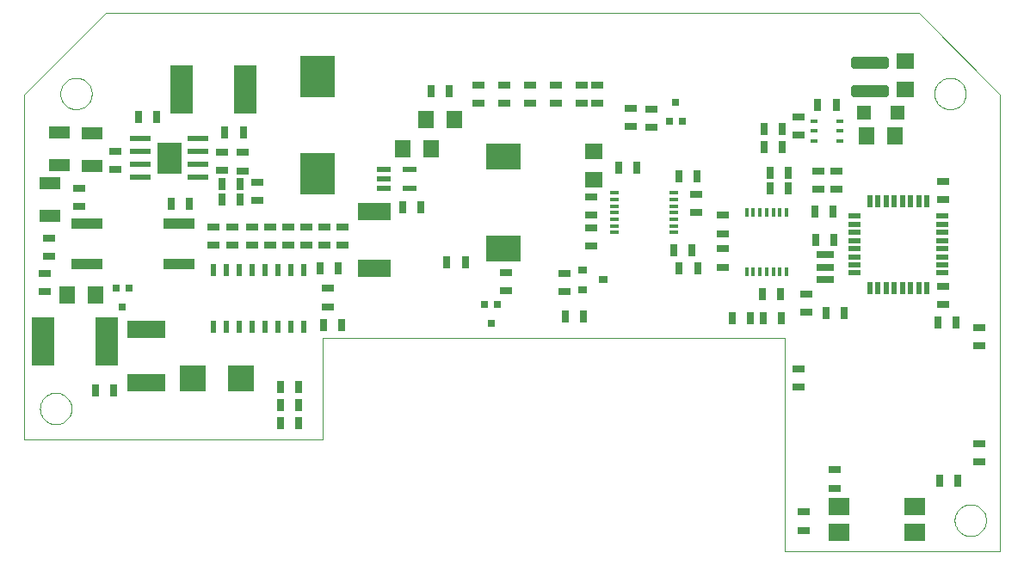
<source format=gtp>
G75*
G70*
%OFA0B0*%
%FSLAX24Y24*%
%IPPOS*%
%LPD*%
%AMOC8*
5,1,8,0,0,1.08239X$1,22.5*
%
%ADD10C,0.0000*%
%ADD11R,0.0520X0.0220*%
%ADD12R,0.0472X0.0315*%
%ADD13R,0.0315X0.0472*%
%ADD14R,0.1260X0.0709*%
%ADD15R,0.0630X0.0709*%
%ADD16R,0.1220X0.0394*%
%ADD17R,0.0669X0.0276*%
%ADD18R,0.0500X0.0220*%
%ADD19R,0.0220X0.0500*%
%ADD20R,0.0236X0.0472*%
%ADD21R,0.0315X0.0177*%
%ADD22R,0.0846X0.0197*%
%ADD23R,0.0945X0.1220*%
%ADD24C,0.0246*%
%ADD25R,0.1378X0.1614*%
%ADD26R,0.0550X0.0550*%
%ADD27R,0.0709X0.0630*%
%ADD28R,0.0354X0.0315*%
%ADD29R,0.0787X0.0472*%
%ADD30R,0.0900X0.1890*%
%ADD31R,0.1000X0.1000*%
%ADD32R,0.0276X0.0276*%
%ADD33R,0.1457X0.0709*%
%ADD34R,0.0354X0.0138*%
%ADD35R,0.0138X0.0354*%
%ADD36R,0.0787X0.0701*%
%ADD37R,0.1339X0.1024*%
D10*
X000180Y005173D02*
X011735Y005173D01*
X011735Y009110D01*
X029633Y009110D01*
X029633Y000843D01*
X037975Y000843D01*
X037975Y018559D01*
X034827Y021708D01*
X003329Y021708D01*
X000180Y018559D01*
X000180Y005173D01*
X000783Y006386D02*
X000785Y006435D01*
X000791Y006484D01*
X000801Y006532D01*
X000814Y006579D01*
X000832Y006625D01*
X000853Y006669D01*
X000877Y006712D01*
X000905Y006752D01*
X000936Y006791D01*
X000970Y006826D01*
X001007Y006859D01*
X001046Y006888D01*
X001088Y006914D01*
X001131Y006937D01*
X001177Y006956D01*
X001223Y006972D01*
X001271Y006984D01*
X001319Y006992D01*
X001368Y006996D01*
X001418Y006996D01*
X001467Y006992D01*
X001515Y006984D01*
X001563Y006972D01*
X001609Y006956D01*
X001655Y006937D01*
X001698Y006914D01*
X001740Y006888D01*
X001779Y006859D01*
X001816Y006826D01*
X001850Y006791D01*
X001881Y006752D01*
X001909Y006712D01*
X001933Y006669D01*
X001954Y006625D01*
X001972Y006579D01*
X001985Y006532D01*
X001995Y006484D01*
X002001Y006435D01*
X002003Y006386D01*
X002001Y006337D01*
X001995Y006288D01*
X001985Y006240D01*
X001972Y006193D01*
X001954Y006147D01*
X001933Y006103D01*
X001909Y006060D01*
X001881Y006020D01*
X001850Y005981D01*
X001816Y005946D01*
X001779Y005913D01*
X001740Y005884D01*
X001698Y005858D01*
X001655Y005835D01*
X001609Y005816D01*
X001563Y005800D01*
X001515Y005788D01*
X001467Y005780D01*
X001418Y005776D01*
X001368Y005776D01*
X001319Y005780D01*
X001271Y005788D01*
X001223Y005800D01*
X001177Y005816D01*
X001131Y005835D01*
X001088Y005858D01*
X001046Y005884D01*
X001007Y005913D01*
X000970Y005946D01*
X000936Y005981D01*
X000905Y006020D01*
X000877Y006060D01*
X000853Y006103D01*
X000832Y006147D01*
X000814Y006193D01*
X000801Y006240D01*
X000791Y006288D01*
X000785Y006337D01*
X000783Y006386D01*
X001570Y018591D02*
X001572Y018640D01*
X001578Y018689D01*
X001588Y018737D01*
X001601Y018784D01*
X001619Y018830D01*
X001640Y018874D01*
X001664Y018917D01*
X001692Y018957D01*
X001723Y018996D01*
X001757Y019031D01*
X001794Y019064D01*
X001833Y019093D01*
X001875Y019119D01*
X001918Y019142D01*
X001964Y019161D01*
X002010Y019177D01*
X002058Y019189D01*
X002106Y019197D01*
X002155Y019201D01*
X002205Y019201D01*
X002254Y019197D01*
X002302Y019189D01*
X002350Y019177D01*
X002396Y019161D01*
X002442Y019142D01*
X002485Y019119D01*
X002527Y019093D01*
X002566Y019064D01*
X002603Y019031D01*
X002637Y018996D01*
X002668Y018957D01*
X002696Y018917D01*
X002720Y018874D01*
X002741Y018830D01*
X002759Y018784D01*
X002772Y018737D01*
X002782Y018689D01*
X002788Y018640D01*
X002790Y018591D01*
X002788Y018542D01*
X002782Y018493D01*
X002772Y018445D01*
X002759Y018398D01*
X002741Y018352D01*
X002720Y018308D01*
X002696Y018265D01*
X002668Y018225D01*
X002637Y018186D01*
X002603Y018151D01*
X002566Y018118D01*
X002527Y018089D01*
X002485Y018063D01*
X002442Y018040D01*
X002396Y018021D01*
X002350Y018005D01*
X002302Y017993D01*
X002254Y017985D01*
X002205Y017981D01*
X002155Y017981D01*
X002106Y017985D01*
X002058Y017993D01*
X002010Y018005D01*
X001964Y018021D01*
X001918Y018040D01*
X001875Y018063D01*
X001833Y018089D01*
X001794Y018118D01*
X001757Y018151D01*
X001723Y018186D01*
X001692Y018225D01*
X001664Y018265D01*
X001640Y018308D01*
X001619Y018352D01*
X001601Y018398D01*
X001588Y018445D01*
X001578Y018493D01*
X001572Y018542D01*
X001570Y018591D01*
X035428Y018591D02*
X035430Y018640D01*
X035436Y018689D01*
X035446Y018737D01*
X035459Y018784D01*
X035477Y018830D01*
X035498Y018874D01*
X035522Y018917D01*
X035550Y018957D01*
X035581Y018996D01*
X035615Y019031D01*
X035652Y019064D01*
X035691Y019093D01*
X035733Y019119D01*
X035776Y019142D01*
X035822Y019161D01*
X035868Y019177D01*
X035916Y019189D01*
X035964Y019197D01*
X036013Y019201D01*
X036063Y019201D01*
X036112Y019197D01*
X036160Y019189D01*
X036208Y019177D01*
X036254Y019161D01*
X036300Y019142D01*
X036343Y019119D01*
X036385Y019093D01*
X036424Y019064D01*
X036461Y019031D01*
X036495Y018996D01*
X036526Y018957D01*
X036554Y018917D01*
X036578Y018874D01*
X036599Y018830D01*
X036617Y018784D01*
X036630Y018737D01*
X036640Y018689D01*
X036646Y018640D01*
X036648Y018591D01*
X036646Y018542D01*
X036640Y018493D01*
X036630Y018445D01*
X036617Y018398D01*
X036599Y018352D01*
X036578Y018308D01*
X036554Y018265D01*
X036526Y018225D01*
X036495Y018186D01*
X036461Y018151D01*
X036424Y018118D01*
X036385Y018089D01*
X036343Y018063D01*
X036300Y018040D01*
X036254Y018021D01*
X036208Y018005D01*
X036160Y017993D01*
X036112Y017985D01*
X036063Y017981D01*
X036013Y017981D01*
X035964Y017985D01*
X035916Y017993D01*
X035868Y018005D01*
X035822Y018021D01*
X035776Y018040D01*
X035733Y018063D01*
X035691Y018089D01*
X035652Y018118D01*
X035615Y018151D01*
X035581Y018186D01*
X035550Y018225D01*
X035522Y018265D01*
X035498Y018308D01*
X035477Y018352D01*
X035459Y018398D01*
X035446Y018445D01*
X035436Y018493D01*
X035430Y018542D01*
X035428Y018591D01*
X036216Y002055D02*
X036218Y002104D01*
X036224Y002153D01*
X036234Y002201D01*
X036247Y002248D01*
X036265Y002294D01*
X036286Y002338D01*
X036310Y002381D01*
X036338Y002421D01*
X036369Y002460D01*
X036403Y002495D01*
X036440Y002528D01*
X036479Y002557D01*
X036521Y002583D01*
X036564Y002606D01*
X036610Y002625D01*
X036656Y002641D01*
X036704Y002653D01*
X036752Y002661D01*
X036801Y002665D01*
X036851Y002665D01*
X036900Y002661D01*
X036948Y002653D01*
X036996Y002641D01*
X037042Y002625D01*
X037088Y002606D01*
X037131Y002583D01*
X037173Y002557D01*
X037212Y002528D01*
X037249Y002495D01*
X037283Y002460D01*
X037314Y002421D01*
X037342Y002381D01*
X037366Y002338D01*
X037387Y002294D01*
X037405Y002248D01*
X037418Y002201D01*
X037428Y002153D01*
X037434Y002104D01*
X037436Y002055D01*
X037434Y002006D01*
X037428Y001957D01*
X037418Y001909D01*
X037405Y001862D01*
X037387Y001816D01*
X037366Y001772D01*
X037342Y001729D01*
X037314Y001689D01*
X037283Y001650D01*
X037249Y001615D01*
X037212Y001582D01*
X037173Y001553D01*
X037131Y001527D01*
X037088Y001504D01*
X037042Y001485D01*
X036996Y001469D01*
X036948Y001457D01*
X036900Y001449D01*
X036851Y001445D01*
X036801Y001445D01*
X036752Y001449D01*
X036704Y001457D01*
X036656Y001469D01*
X036610Y001485D01*
X036564Y001504D01*
X036521Y001527D01*
X036479Y001553D01*
X036440Y001582D01*
X036403Y001615D01*
X036369Y001650D01*
X036338Y001689D01*
X036310Y001729D01*
X036286Y001772D01*
X036265Y001816D01*
X036247Y001862D01*
X036234Y001909D01*
X036224Y001957D01*
X036218Y002006D01*
X036216Y002055D01*
D11*
X015110Y014923D03*
X015110Y015663D03*
X014110Y015663D03*
X014110Y015293D03*
X014110Y014923D03*
D12*
X012505Y013423D03*
X011805Y013423D03*
X011105Y013423D03*
X010405Y013423D03*
X009705Y013423D03*
X009005Y013423D03*
X008245Y013418D03*
X007515Y013418D03*
X007515Y012709D03*
X008245Y012709D03*
X009005Y012714D03*
X009705Y012714D03*
X010405Y012714D03*
X011105Y012714D03*
X011805Y012714D03*
X012505Y012714D03*
X011930Y011043D03*
X011930Y010334D03*
X018840Y010959D03*
X018840Y011668D03*
X021100Y011627D03*
X021100Y010919D03*
X022135Y012689D03*
X022135Y013398D03*
X022135Y013889D03*
X022135Y014598D03*
X026210Y014683D03*
X026210Y013974D03*
X027230Y013878D03*
X027230Y013169D03*
X027230Y012578D03*
X027230Y011869D03*
X030480Y010828D03*
X030480Y010119D03*
X030180Y007928D03*
X030180Y007219D03*
X031580Y004008D03*
X031580Y003299D03*
X030380Y002378D03*
X030380Y001669D03*
X037180Y004319D03*
X037180Y005028D03*
X037180Y008819D03*
X037180Y009528D03*
X035780Y010419D03*
X035780Y011128D03*
X035765Y014484D03*
X035765Y015193D03*
X031635Y014889D03*
X030935Y014889D03*
X030935Y015598D03*
X031635Y015598D03*
X030165Y016984D03*
X030165Y017693D03*
X024460Y017993D03*
X023665Y018018D03*
X023665Y017309D03*
X024460Y017284D03*
X022380Y018219D03*
X021780Y018219D03*
X021780Y018928D03*
X022380Y018928D03*
X020780Y018928D03*
X020780Y018219D03*
X019780Y018219D03*
X018780Y018219D03*
X018780Y018928D03*
X019780Y018928D03*
X017780Y018928D03*
X017780Y018219D03*
X009210Y015168D03*
X008635Y015599D03*
X007835Y015624D03*
X007835Y016333D03*
X008635Y016308D03*
X009210Y014459D03*
X003710Y015650D03*
X003710Y016358D03*
X002300Y014923D03*
X002300Y014214D03*
X001135Y012998D03*
X001135Y012289D03*
X000980Y011628D03*
X000980Y010919D03*
D13*
X005856Y014328D03*
X006564Y014328D03*
X007826Y014494D03*
X007836Y015103D03*
X008544Y015103D03*
X008535Y014494D03*
X008659Y017073D03*
X007951Y017073D03*
X005310Y017684D03*
X004602Y017684D03*
X014826Y014173D03*
X015534Y014173D03*
X016546Y012053D03*
X017254Y012053D03*
X021126Y009956D03*
X021835Y009956D03*
X025551Y011823D03*
X026259Y011823D03*
X026034Y012518D03*
X025326Y012518D03*
X028776Y010823D03*
X029484Y010823D03*
X029504Y009903D03*
X028796Y009903D03*
X028294Y009893D03*
X027586Y009893D03*
X031226Y010073D03*
X031934Y010073D03*
X035576Y009723D03*
X036284Y009723D03*
X031534Y012933D03*
X030826Y012933D03*
X030806Y014013D03*
X031514Y014013D03*
X029784Y014923D03*
X029076Y014923D03*
X029076Y015523D03*
X029784Y015523D03*
X029549Y016508D03*
X028841Y016508D03*
X028841Y017208D03*
X029549Y017208D03*
X030911Y018138D03*
X031619Y018138D03*
X026234Y015373D03*
X025526Y015373D03*
X023904Y015718D03*
X023196Y015718D03*
X016634Y018673D03*
X015926Y018673D03*
X012334Y011823D03*
X011626Y011823D03*
X011776Y009623D03*
X012484Y009623D03*
X010794Y007223D03*
X010086Y007223D03*
X010086Y006523D03*
X010794Y006523D03*
X010794Y005823D03*
X010086Y005823D03*
X003634Y007073D03*
X002926Y007073D03*
X035626Y003573D03*
X036334Y003573D03*
D14*
X013730Y011816D03*
X013730Y014021D03*
D15*
X014834Y016458D03*
X015936Y016458D03*
X015729Y017573D03*
X016831Y017573D03*
X002931Y010773D03*
X001829Y010773D03*
X032814Y016938D03*
X033916Y016938D03*
D16*
X006152Y013561D03*
X006152Y011986D03*
X002608Y011986D03*
X002608Y013561D03*
D17*
X031185Y012341D03*
X031185Y011868D03*
X031185Y011396D03*
D18*
X032345Y011641D03*
X032345Y011956D03*
X032345Y012271D03*
X032345Y012586D03*
X032345Y012901D03*
X032345Y013216D03*
X032345Y013531D03*
X032345Y013846D03*
X035725Y013846D03*
X035725Y013531D03*
X035725Y013216D03*
X035725Y012901D03*
X035725Y012586D03*
X035725Y012271D03*
X035725Y011956D03*
X035725Y011641D03*
D19*
X035137Y011053D03*
X034822Y011053D03*
X034507Y011053D03*
X034192Y011053D03*
X033878Y011053D03*
X033563Y011053D03*
X033248Y011053D03*
X032933Y011053D03*
X032933Y014433D03*
X033248Y014433D03*
X033563Y014433D03*
X033878Y014433D03*
X034192Y014433D03*
X034507Y014433D03*
X034822Y014433D03*
X035137Y014433D03*
D20*
X011005Y011771D03*
X010505Y011771D03*
X010005Y011771D03*
X009505Y011771D03*
X009005Y011771D03*
X008505Y011771D03*
X008005Y011771D03*
X007505Y011771D03*
X007505Y009566D03*
X008005Y009566D03*
X008505Y009566D03*
X009005Y009566D03*
X009505Y009566D03*
X010005Y009566D03*
X010505Y009566D03*
X011005Y009566D03*
D21*
X030763Y016764D03*
X030763Y017138D03*
X030763Y017512D03*
X031767Y017512D03*
X031767Y017138D03*
X031767Y016764D03*
D22*
X006917Y016848D03*
X006917Y016348D03*
X006917Y015848D03*
X006917Y015348D03*
X004653Y015348D03*
X004653Y015848D03*
X004653Y016348D03*
X004653Y016848D03*
D23*
X005785Y016098D03*
D24*
X032290Y018830D02*
X033540Y018830D01*
X033540Y018584D01*
X032290Y018584D01*
X032290Y018830D01*
X032290Y018829D02*
X033540Y018829D01*
X033540Y019933D02*
X032290Y019933D01*
X033540Y019933D02*
X033540Y019687D01*
X032290Y019687D01*
X032290Y019933D01*
X032290Y019932D02*
X033540Y019932D01*
D25*
X011545Y019239D03*
X011545Y015498D03*
D26*
X032715Y017838D03*
X034015Y017838D03*
D27*
X034295Y018757D03*
X034295Y019860D03*
X022250Y016370D03*
X022250Y015267D03*
D28*
X021787Y011749D03*
X022613Y011375D03*
X021787Y011001D03*
D29*
X002795Y015804D03*
X001550Y015824D03*
X001160Y015108D03*
X001160Y013849D03*
X001550Y017083D03*
X002795Y017063D03*
D30*
X006280Y018748D03*
X008720Y018748D03*
X003355Y009003D03*
X000915Y009003D03*
D31*
X006705Y007558D03*
X008555Y007558D03*
D32*
X003980Y010309D03*
X003724Y011038D03*
X004236Y011038D03*
X018004Y010418D03*
X018516Y010418D03*
X018260Y009689D03*
X025154Y017509D03*
X025666Y017509D03*
X025410Y018238D03*
D33*
X004895Y009442D03*
X004895Y007375D03*
D34*
X023028Y013206D03*
X023028Y013462D03*
X023028Y013718D03*
X023028Y013973D03*
X023028Y014229D03*
X023028Y014485D03*
X023028Y014741D03*
X025332Y014741D03*
X025332Y014485D03*
X025332Y014229D03*
X025332Y013973D03*
X025332Y013718D03*
X025332Y013462D03*
X025332Y013206D03*
D35*
X028162Y013975D03*
X028418Y013975D03*
X028674Y013975D03*
X028930Y013975D03*
X029186Y013975D03*
X029442Y013975D03*
X029698Y013975D03*
X029698Y011672D03*
X029442Y011672D03*
X029186Y011672D03*
X028930Y011672D03*
X028674Y011672D03*
X028418Y011672D03*
X028162Y011672D03*
D36*
X031723Y002573D03*
X031723Y001573D03*
X034656Y001573D03*
X034656Y002573D03*
D37*
X018740Y012602D03*
X018740Y016145D03*
M02*

</source>
